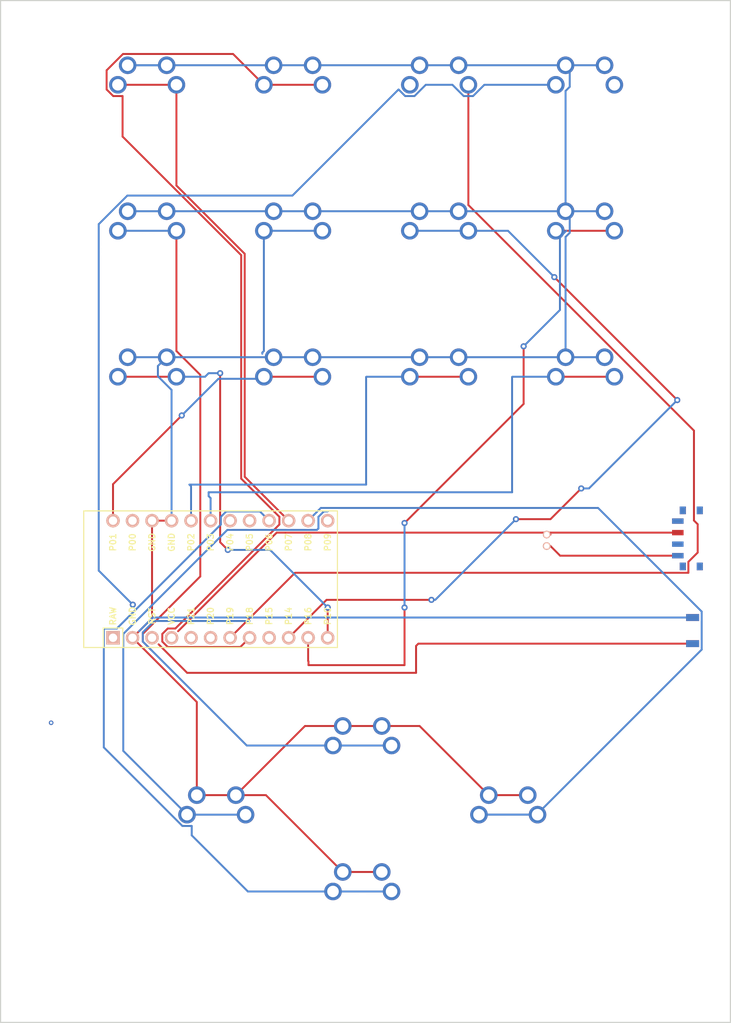
<source format=kicad_pcb>
(kicad_pcb (version 20241229) (generator "pcbnew") (generator_version "9.0")
  (title_block (title "navigatorPCB") (rev "v1.0.0") (company "Unknown"))
  (layers (0 "F.Cu" signal) (2 "B.Cu" signal) (13 "F.Paste" user) (15 "B.Paste" user) (5 "F.SilkS" user "F.Silkscreen") (7 "B.SilkS" user "B.Silkscreen") (1 "F.Mask" user) (3 "B.Mask" user) (25 "Edge.Cuts" user))
  (net 0 "")
  (net 1 "GND")
  (net 2 "macropad_pinky_bottom")
  (net 3 "macropad_pinky_middle")
  (net 4 "macropad_pinky_top")
  (net 5 "macropad_ring_bottom")
  (net 6 "macropad_ring_middle")
  (net 7 "macropad_ring_top")
  (net 8 "macropad_middle_bottom")
  (net 9 "macropad_middle_middle")
  (net 10 "macropad_middle_top")
  (net 11 "macropad_index_bottom")
  (net 12 "macropad_index_middle")
  (net 13 "macropad_index_top")
  (net 14 "navigator_left_down")
  (net 15 "navigator_updown_down")
  (net 16 "navigator_updown_up")
  (net 17 "navigator_right_down")
  (net 18 "RAW")
  (net 19 "RST")
  (net 20 "VCC")
  (net 21 "P0")
  (net 22 "navigator_left_up")
  (net 23 "P9")
  (footprint "MX" (layer "F.Cu") (at 75 47.5)
    (property "Reference" "S8" (hide yes))
    (property "Value" "" (hide yes))
    (pad "" np_thru_hole circle (at -5.08 0) (size 1.7018 1.7018) (drill 1.7018) (layers "*.Cu" "*.Mask"))
    (pad "" np_thru_hole circle (at 0 0) (size 3.9878 3.9878) (drill 3.9878) (layers "*.Cu" "*.Mask"))
    (pad "" np_thru_hole circle (at 5.08 0) (size 1.7018 1.7018) (drill 1.7018) (layers "*.Cu" "*.Mask"))
    (pad "1" thru_hole circle (at -2.54 -5.08) (size 2.286 2.286) (drill 1.4986) (layers "*.Cu" "*.Mask") (net 1 "GND"))
    (pad "1" thru_hole circle (at 2.54 -5.08) (size 2.286 2.286) (drill 1.4986) (layers "*.Cu" "*.Mask") (net 1 "GND"))
    (pad "2" thru_hole circle (at -3.81 -2.54) (size 2.286 2.286) (drill 1.4986) (layers "*.Cu" "*.Mask") (net 9 "macropad_middle_middle"))
    (pad "2" thru_hole circle (at 3.81 -2.54) (size 2.286 2.286) (drill 1.4986) (layers "*.Cu" "*.Mask") (net 9 "macropad_middle_middle"))
  )
  (footprint "ProMicro" (layer "F.Cu") (at 46.525 90.3125)
    (property "Reference" "MCU1" (hide yes))
    (property "Value" "" (hide yes))
    (fp_line (start -17.78 -8.89) (end -17.78 8.89) (stroke (width 0.15)) (layer "F.SilkS"))
    (fp_line (start -17.78 8.89) (end 15.24 8.89) (stroke (width 0.15)) (layer "F.SilkS"))
    (fp_line (start -15.24 6.35) (end -15.24 8.89) (stroke (width 0.15)) (layer "F.SilkS"))
    (fp_line (start -15.24 6.35) (end -12.7 6.35) (stroke (width 0.15)) (layer "F.SilkS"))
    (fp_line (start -12.7 6.35) (end -12.7 8.89) (stroke (width 0.15)) (layer "F.SilkS"))
    (fp_line (start 15.24 -8.89) (end -17.78 -8.89) (stroke (width 0.15)) (layer "F.SilkS"))
    (fp_line (start 15.24 8.89) (end 15.24 -8.89) (stroke (width 0.15)) (layer "F.SilkS"))
    (fp_text user "P14" (at 8.89 4.8 90) (layer "F.SilkS") (effects (font (size 0.8 0.8))))
    (fp_text user "P00" (at -11.43 -4.8 90) (layer "F.SilkS") (effects (font (size 0.8 0.8))))
    (fp_text user "P05" (at 3.81 -4.8 90) (layer "F.SilkS") (effects (font (size 0.8 0.8))))
    (fp_text user "P09" (at 13.97 -4.8 90) (layer "F.SilkS") (effects (font (size 0.8 0.8))))
    (fp_text user "P07" (at 8.89 -4.8 90) (layer "F.SilkS") (effects (font (size 0.8 0.8))))
    (fp_text user "P15" (at 6.35 4.8 90) (layer "F.SilkS") (effects (font (size 0.8 0.8))))
    (fp_text user "GND" (at -11.43 4.8 90) (layer "F.SilkS") (effects (font (size 0.8 0.8))))
    (fp_text user "P20" (at -1.27 4.8 90) (layer "F.SilkS") (effects (font (size 0.8 0.8))))
    (fp_text user "P16" (at 11.43 4.8 90) (layer "F.SilkS") (effects (font (size 0.8 0.8))))
    (fp_text user "GND" (at -6.35 -4.8 90) (layer "F.SilkS") (effects (font (size 0.8 0.8))))
    (fp_text user "P02" (at -3.81 -4.8 90) (layer "F.SilkS") (effects (font (size 0.8 0.8))))
    (fp_text user "P03" (at -1.27 -4.8 90) (layer "F.SilkS") (effects (font (size 0.8 0.8))))
    (fp_text user "P18" (at 3.81 4.8 90) (layer "F.SilkS") (effects (font (size 0.8 0.8))))
    (fp_text user "P19" (at 1.27 4.8 90) (layer "F.SilkS") (effects (font (size 0.8 0.8))))
    (fp_text user "GND" (at -8.89 -4.8 90) (layer "F.SilkS") (effects (font (size 0.8 0.8))))
    (fp_text user "RST" (at -8.89 4.8 90) (layer "F.SilkS") (effects (font (size 0.8 0.8))))
    (fp_text user "VCC" (at -6.35 4.8 90) (layer "F.SilkS") (effects (font (size 0.8 0.8))))
    (fp_text user "P08" (at 11.43 -4.8 90) (layer "F.SilkS") (effects (font (size 0.8 0.8))))
    (fp_text user "RAW" (at -13.97 4.8 90) (layer "F.SilkS") (effects (font (size 0.8 0.8))))
    (fp_text user "P10" (at 13.97 4.8 90) (layer "F.SilkS") (effects (font (size 0.8 0.8))))
    (fp_text user "P06" (at 6.35 -4.8 90) (layer "F.SilkS") (effects (font (size 0.8 0.8))))
    (fp_text user "P01" (at -13.97 -4.8 90) (layer "F.SilkS") (effects (font (size 0.8 0.8))))
    (fp_text user "P21" (at -3.81 4.8 90) (layer "F.SilkS") (effects (font (size 0.8 0.8))))
    (fp_text user "P04" (at 1.27 -4.8 90) (layer "F.SilkS") (effects (font (size 0.8 0.8))))
    (pad "1" thru_hole rect (at -13.97 7.62) (size 1.7526 1.7526) (drill 1.0922) (layers "*.Cu" "*.SilkS" "*.Mask") (net 18 "RAW"))
    (pad "2" thru_hole circle (at -11.43 7.62) (size 1.7526 1.7526) (drill 1.0922) (layers "*.Cu" "*.SilkS" "*.Mask") (net 1 "GND"))
    (pad "3" thru_hole circle (at -8.89 7.62) (size 1.7526 1.7526) (drill 1.0922) (layers "*.Cu" "*.SilkS" "*.Mask") (net 19 "RST"))
    (pad "4" thru_hole circle (at -6.35 7.62) (size 1.7526 1.7526) (drill 1.0922) (layers "*.Cu" "*.SilkS" "*.Mask") (net 20 "VCC"))
    (pad "5" thru_hole circle (at -3.81 7.62) (size 1.7526 1.7526) (drill 1.0922) (layers "*.Cu" "*.SilkS" "*.Mask") (net 3 "macropad_pinky_middle"))
    (pad "6" thru_hole circle (at -1.27 7.62) (size 1.7526 1.7526) (drill 1.0922) (layers "*.Cu" "*.SilkS" "*.Mask") (net 13 "macropad_index_top"))
    (pad "7" thru_hole circle (at 1.27 7.62) (size 1.7526 1.7526) (drill 1.0922) (layers "*.Cu" "*.SilkS" "*.Mask") (net 10 "macropad_middle_top"))
    (pad "8" thru_hole circle (at 3.81 7.62) (size 1.7526 1.7526) (drill 1.0922) (layers "*.Cu" "*.SilkS" "*.Mask") (net 7 "macropad_ring_top"))
    (pad "9" thru_hole circle (at 6.35 7.62) (size 1.7526 1.7526) (drill 1.0922) (layers "*.Cu" "*.SilkS" "*.Mask") (net 6 "macropad_ring_middle"))
    (pad "10" thru_hole circle (at 8.89 7.62) (size 1.7526 1.7526) (drill 1.0922) (layers "*.Cu" "*.SilkS" "*.Mask") (net 9 "macropad_middle_middle"))
    (pad "11" thru_hole circle (at 11.43 7.62) (size 1.7526 1.7526) (drill 1.0922) (layers "*.Cu" "*.SilkS" "*.Mask") (net 12 "macropad_index_middle"))
    (pad "12" thru_hole circle (at 13.97 7.62) (size 1.7526 1.7526) (drill 1.0922) (layers "*.Cu" "*.SilkS" "*.Mask") (net 2 "macropad_pinky_bottom"))
    (pad "13" thru_hole circle (at -13.97 -7.62) (size 1.7526 1.7526) (drill 1.0922) (layers "*.Cu" "*.SilkS" "*.Mask") (net 5 "macropad_ring_bottom"))
    (pad "14" thru_hole circle (at -11.43 -7.62) (size 1.7526 1.7526) (drill 1.0922) (layers "*.Cu" "*.SilkS" "*.Mask") (net 21 "P0"))
    (pad "15" thru_hole circle (at -8.89 -7.62) (size 1.7526 1.7526) (drill 1.0922) (layers "*.Cu" "*.SilkS" "*.Mask") (net 1 "GND"))
    (pad "16" thru_hole circle (at -6.35 -7.62) (size 1.7526 1.7526) (drill 1.0922) (layers "*.Cu" "*.SilkS" "*.Mask") (net 1 "GND"))
    (pad "17" thru_hole circle (at -3.81 -7.62) (size 1.7526 1.7526) (drill 1.0922) (layers "*.Cu" "*.SilkS" "*.Mask") (net 8 "macropad_middle_bottom"))
    (pad "18" thru_hole circle (at -1.27 -7.62) (size 1.7526 1.7526) (drill 1.0922) (layers "*.Cu" "*.SilkS" "*.Mask") (net 11 "macropad_index_bottom"))
    (pad "19" thru_hole circle (at 1.27 -7.62) (size 1.7526 1.7526) (drill 1.0922) (layers "*.Cu" "*.SilkS" "*.Mask") (net 22 "navigator_left_up"))
    (pad "20" thru_hole circle (at 3.81 -7.62) (size 1.7526 1.7526) (drill 1.0922) (layers "*.Cu" "*.SilkS" "*.Mask") (net 16 "navigator_updown_up"))
    (pad "21" thru_hole circle (at 6.35 -7.62) (size 1.7526 1.7526) (drill 1.0922) (layers "*.Cu" "*.SilkS" "*.Mask") (net 15 "navigator_updown_down"))
    (pad "22" thru_hole circle (at 8.89 -7.62) (size 1.7526 1.7526) (drill 1.0922) (layers "*.Cu" "*.SilkS" "*.Mask") (net 4 "macropad_pinky_top"))
    (pad "23" thru_hole circle (at 11.43 -7.62) (size 1.7526 1.7526) (drill 1.0922) (layers "*.Cu" "*.SilkS" "*.Mask") (net 17 "navigator_right_down"))
    (pad "24" thru_hole circle (at 13.97 -7.62) (size 1.7526 1.7526) (drill 1.0922) (layers "*.Cu" "*.SilkS" "*.Mask") (net 23 "P9"))
  )
  (footprint "MX" (layer "F.Cu") (at 56 66.5)
    (property "Reference" "S4" (hide yes))
    (property "Value" "" (hide yes))
    (pad "" np_thru_hole circle (at -5.08 0) (size 1.7018 1.7018) (drill 1.7018) (layers "*.Cu" "*.Mask"))
    (pad "" np_thru_hole circle (at 0 0) (size 3.9878 3.9878) (drill 3.9878) (layers "*.Cu" "*.Mask"))
    (pad "" np_thru_hole circle (at 5.08 0) (size 1.7018 1.7018) (drill 1.7018) (layers "*.Cu" "*.Mask"))
    (pad "1" thru_hole circle (at -2.54 -5.08) (size 2.286 2.286) (drill 1.4986) (layers "*.Cu" "*.Mask") (net 1 "GND"))
    (pad "1" thru_hole circle (at 2.54 -5.08) (size 2.286 2.286) (drill 1.4986) (layers "*.Cu" "*.Mask") (net 1 "GND"))
    (pad "2" thru_hole circle (at -3.81 -2.54) (size 2.286 2.286) (drill 1.4986) (layers "*.Cu" "*.Mask") (net 5 "macropad_ring_bottom"))
    (pad "2" thru_hole circle (at 3.81 -2.54) (size 2.286 2.286) (drill 1.4986) (layers "*.Cu" "*.Mask") (net 5 "macropad_ring_bottom"))
  )
  (footprint "MX" (layer "F.Cu") (at 75 66.5)
    (property "Reference" "S7" (hide yes))
    (property "Value" "" (hide yes))
    (pad "" np_thru_hole circle (at -5.08 0) (size 1.7018 1.7018) (drill 1.7018) (layers "*.Cu" "*.Mask"))
    (pad "" np_thru_hole circle (at 0 0) (size 3.9878 3.9878) (drill 3.9878) (layers "*.Cu" "*.Mask"))
    (pad "" np_thru_hole circle (at 5.08 0) (size 1.7018 1.7018) (drill 1.7018) (layers "*.Cu" "*.Mask"))
    (pad "1" thru_hole circle (at -2.54 -5.08) (size 2.286 2.286) (drill 1.4986) (layers "*.Cu" "*.Mask") (net 1 "GND"))
    (pad "1" thru_hole circle (at 2.54 -5.08) (size 2.286 2.286) (drill 1.4986) (layers "*.Cu" "*.Mask") (net 1 "GND"))
    (pad "2" thru_hole circle (at -3.81 -2.54) (size 2.286 2.286) (drill 1.4986) (layers "*.Cu" "*.Mask") (net 8 "macropad_middle_bottom"))
    (pad "2" thru_hole circle (at 3.81 -2.54) (size 2.286 2.286) (drill 1.4986) (layers "*.Cu" "*.Mask") (net 8 "macropad_middle_bottom"))
  )
  (footprint "MX" (layer "F.Cu") (at 75 28.5)
    (property "Reference" "S9" (hide yes))
    (property "Value" "" (hide yes))
    (pad "" np_thru_hole circle (at -5.08 0) (size 1.7018 1.7018) (drill 1.7018) (layers "*.Cu" "*.Mask"))
    (pad "" np_thru_hole circle (at 0 0) (size 3.9878 3.9878) (drill 3.9878) (layers "*.Cu" "*.Mask"))
    (pad "" np_thru_hole circle (at 5.08 0) (size 1.7018 1.7018) (drill 1.7018) (layers "*.Cu" "*.Mask"))
    (pad "1" thru_hole circle (at -2.54 -5.08) (size 2.286 2.286) (drill 1.4986) (layers "*.Cu" "*.Mask") (net 1 "GND"))
    (pad "1" thru_hole circle (at 2.54 -5.08) (size 2.286 2.286) (drill 1.4986) (layers "*.Cu" "*.Mask") (net 1 "GND"))
    (pad "2" thru_hole circle (at -3.81 -2.54) (size 2.286 2.286) (drill 1.4986) (layers "*.Cu" "*.Mask") (net 10 "macropad_middle_top"))
    (pad "2" thru_hole circle (at 3.81 -2.54) (size 2.286 2.286) (drill 1.4986) (layers "*.Cu" "*.Mask") (net 10 "macropad_middle_top"))
  )
  (footprint "MX" (layer "F.Cu") (at 56 47.5)
    (property "Reference" "S5" (hide yes))
    (property "Value" "" (hide yes))
    (pad "" np_thru_hole circle (at -5.08 0) (size 1.7018 1.7018) (drill 1.7018) (layers "*.Cu" "*.Mask"))
    (pad "" np_thru_hole circle (at 0 0) (size 3.9878 3.9878) (drill 3.9878) (layers "*.Cu" "*.Mask"))
    (pad "" np_thru_hole circle (at 5.08 0) (size 1.7018 1.7018) (drill 1.7018) (layers "*.Cu" "*.Mask"))
    (pad "1" thru_hole circle (at -2.54 -5.08) (size 2.286 2.286) (drill 1.4986) (layers "*.Cu" "*.Mask") (net 1 "GND"))
    (pad "1" thru_hole circle (at 2.54 -5.08) (size 2.286 2.286) (drill 1.4986) (layers "*.Cu" "*.Mask") (net 1 "GND"))
    (pad "2" thru_hole circle (at -3.81 -2.54) (size 2.286 2.286) (drill 1.4986) (layers "*.Cu" "*.Mask") (net 6 "macropad_ring_middle"))
    (pad "2" thru_hole circle (at 3.81 -2.54) (size 2.286 2.286) (drill 1.4986) (layers "*.Cu" "*.Mask") (net 6 "macropad_ring_middle"))
  )
  (footprint "VIA-0.6mm" (layer "F.Cu") (at 24.5 109 -160)
    (property "Reference" "REF**" (hide yes))
    (property "Value" "VIA-0.6mm" (hide yes))
    (pad "1" thru_hole circle (at 0 0 90) (size 0.6 0.6) (drill 0.3) (layers "*.Cu"))
  )
  (footprint "lib:bat" (layer "F.Cu") (at 89 85.25 180)
    (property "Reference" "" (at 0 0 0) (layer "F.SilkS") (effects (font (size 1.27 1.27))))
    (property "Value" "")
    (pad "1" thru_hole circle (at 0 -0.75 90) (size 1 1) (drill 0.7) (layers "*.Cu" "*.SilkS" "*.Mask"))
    (pad "2" thru_hole circle (at 0 0.75 90) (size 1 1) (drill 0.7) (layers "*.Cu" "*.SilkS" "*.Mask"))
  )
  (footprint "MX" (layer "F.Cu") (at 46 123.5)
    (property "Reference" "S13" (hide yes))
    (property "Value" "" (hide yes))
    (pad "" np_thru_hole circle (at -5.08 0) (size 1.7018 1.7018) (drill 1.7018) (layers "*.Cu" "*.Mask"))
    (pad "" np_thru_hole circle (at 0 0) (size 3.9878 3.9878) (drill 3.9878) (layers "*.Cu" "*.Mask"))
    (pad "" np_thru_hole circle (at 5.08 0) (size 1.7018 1.7018) (drill 1.7018) (layers "*.Cu" "*.Mask"))
    (pad "1" thru_hole circle (at -2.54 -5.08) (size 2.286 2.286) (drill 1.4986) (layers "*.Cu" "*.Mask") (net 1 "GND"))
    (pad "1" thru_hole circle (at 2.54 -5.08) (size 2.286 2.286) (drill 1.4986) (layers "*.Cu" "*.Mask") (net 1 "GND"))
    (pad "2" thru_hole circle (at -3.81 -2.54) (size 2.286 2.286) (drill 1.4986) (layers "*.Cu" "*.Mask") (net 14 "navigator_left_down"))
    (pad "2" thru_hole circle (at 3.81 -2.54) (size 2.286 2.286) (drill 1.4986) (layers "*.Cu" "*.Mask") (net 14 "navigator_left_down"))
  )
  (footprint "MX" (layer "F.Cu") (at 37 28.5)
    (property "Reference" "S3" (hide yes))
    (property "Value" "" (hide yes))
    (pad "" np_thru_hole circle (at -5.08 0) (size 1.7018 1.7018) (drill 1.7018) (layers "*.Cu" "*.Mask"))
    (pad "" np_thru_hole circle (at 0 0) (size 3.9878 3.9878) (drill 3.9878) (layers "*.Cu" "*.Mask"))
    (pad "" np_thru_hole circle (at 5.08 0) (size 1.7018 1.7018) (drill 1.7018) (layers "*.Cu" "*.Mask"))
    (pad "1" thru_hole circle (at -2.54 -5.08) (size 2.286 2.286) (drill 1.4986) (layers "*.Cu" "*.Mask") (net 1 "GND"))
    (pad "1" thru_hole circle (at 2.54 -5.08) (size 2.286 2.286) (drill 1.4986) (layers "*.Cu" "*.Mask") (net 1 "GND"))
    (pad "2" thru_hole circle (at -3.81 -2.54) (size 2.286 2.286) (drill 1.4986) (layers "*.Cu" "*.Mask") (net 4 "macropad_pinky_top"))
    (pad "2" thru_hole circle (at 3.81 -2.54) (size 2.286 2.286) (drill 1.4986) (layers "*.Cu" "*.Mask") (net 4 "macropad_pinky_top"))
  )
  (footprint "MX" (layer "F.Cu") (at 37 47.5)
    (property "Reference" "S2" (hide yes))
    (property "Value" "" (hide yes))
    (pad "" np_thru_hole circle (at -5.08 0) (size 1.7018 1.7018) (drill 1.7018) (layers "*.Cu" "*.Mask"))
    (pad "" np_thru_hole circle (at 0 0) (size 3.9878 3.9878) (drill 3.9878) (layers "*.Cu" "*.Mask"))
    (pad "" np_thru_hole circle (at 5.08 0) (size 1.7018 1.7018) (drill 1.7018) (layers "*.Cu" "*.Mask"))
    (pad "1" thru_hole circle (at -2.54 -5.08) (size 2.286 2.286) (drill 1.4986) (layers "*.Cu" "*.Mask") (net 1 "GND"))
    (pad "1" thru_hole circle (at 2.54 -5.08) (size 2.286 2.286) (drill 1.4986) (layers "*.Cu" "*.Mask") (net 1 "GND"))
    (pad "2" thru_hole circle (at -3.81 -2.54) (size 2.286 2.286) (drill 1.4986) (layers "*.Cu" "*.Mask") (net 3 "macropad_pinky_middle"))
    (pad "2" thru_hole circle (at 3.81 -2.54) (size 2.286 2.286) (drill 1.4986) (layers "*.Cu" "*.Mask") (net 3 "macropad_pinky_middle"))
  )
  (footprint "MX" (layer "F.Cu") (at 56 28.5)
    (property "Reference" "S6" (hide yes))
    (property "Value" "" (hide yes))
    (pad "" np_thru_hole circle (at -5.08 0) (size 1.7018 1.7018) (drill 1.7018) (layers "*.Cu" "*.Mask"))
    (pad "" np_thru_hole circle (at 0 0) (size 3.9878 3.9878) (drill 3.9878) (layers "*.Cu" "*.Mask"))
    (pad "" np_thru_hole circle (at 5.08 0) (size 1.7018 1.7018) (drill 1.7018) (layers "*.Cu" "*.Mask"))
    (pad "1" thru_hole circle (at -2.54 -5.08) (size 2.286 2.286) (drill 1.4986) (layers "*.Cu" "*.Mask") (net 1 "GND"))
    (pad "1" thru_hole circle (at 2.54 -5.08) (size 2.286 2.286) (drill 1.4986) (layers "*.Cu" "*.Mask") (net 1 "GND"))
    (pad "2" thru_hole circle (at -3.81 -2.54) (size 2.286 2.286) (drill 1.4986) (layers "*.Cu" "*.Mask") (net 7 "macropad_ring_top"))
    (pad "2" thru_hole circle (at 3.81 -2.54) (size 2.286 2.286) (drill 1.4986) (layers "*.Cu" "*.Mask") (net 7 "macropad_ring_top"))
  )
  (footprint "MX" (layer "F.Cu") (at 65 114.5)
    (property "Reference" "S15" (hide yes))
    (property "Value" "" (hide yes))
    (pad "" np_thru_hole circle (at -5.08 0) (size 1.7018 1.7018) (drill 1.7018) (layers "*.Cu" "*.Mask"))
    (pad "" np_thru_hole circle (at 0 0) (size 3.9878 3.9878) (drill 3.9878) (layers "*.Cu" "*.Mask"))
    (pad "" np_thru_hole circle (at 5.08 0) (size 1.7018 1.7018) (drill 1.7018) (layers "*.Cu" "*.Mask"))
    (pad "1" thru_hole circle (at -2.54 -5.08) (size 2.286 2.286) (drill 1.4986) (layers "*.Cu" "*.Mask") (net 1 "GND"))
    (pad "1" thru_hole circle (at 2.54 -5.08) (size 2.286 2.286) (drill 1.4986) (layers "*.Cu" "*.Mask") (net 1 "GND"))
    (pad "2" thru_hole circle (at -3.81 -2.54) (size 2.286 2.286) (drill 1.4986) (layers "*.Cu" "*.Mask") (net 16 "navigator_updown_up"))
    (pad "2" thru_hole circle (at 3.81 -2.54) (size 2.286 2.286) (drill 1.4986) (layers "*.Cu" "*.Mask") (net 16 "navigator_updown_up"))
  )
  (footprint "MX" (layer "F.Cu") (at 84 123.5)
    (property "Reference" "S16" (hide yes))
    (property "Value" "" (hide yes))
    (pad "" np_thru_hole circle (at -5.08 0) (size 1.7018 1.7018) (drill 1.7018) (layers "*.Cu" "*.Mask"))
    (pad "" np_thru_hole circle (at 0 0) (size 3.9878 3.9878) (drill 3.9878) (layers "*.Cu" "*.Mask"))
    (pad "" np_thru_hole circle (at 5.08 0) (size 1.7018 1.7018) (drill 1.7018) (layers "*.Cu" "*.Mask"))
    (pad "1" thru_hole circle (at -2.54 -5.08) (size 2.286 2.286) (drill 1.4986) (layers "*.Cu" "*.Mask") (net 1 "GND"))
    (pad "1" thru_hole circle (at 2.54 -5.08) (size 2.286 2.286) (drill 1.4986) (layers "*.Cu" "*.Mask") (net 1 "GND"))
    (pad "2" thru_hole circle (at -3.81 -2.54) (size 2.286 2.286) (drill 1.4986) (layers "*.Cu" "*.Mask") (net 17 "navigator_right_down"))
    (pad "2" thru_hole circle (at 3.81 -2.54) (size 2.286 2.286) (drill 1.4986) (layers "*.Cu" "*.Mask") (net 17 "navigator_right_down"))
  )
  (footprint "Button_Switch_SMD:SW_SPDT_PCM12" (layer "F.Cu") (at 107.5 85 90)
    (property "Reference" "" (at 0 0 90) (layer "F.SilkS") (effects (font (size 1.27 1.27))))
    (property "Value" "")
    (pad "" smd rect (at -3.65 -0.78 90) (size 1 0.8) (layers "F.Cu" "F.Mask" "F.Paste"))
    (pad "" smd rect (at -3.65 -0.78 90) (size 1 0.8) (layers "B.Cu" "B.Mask" "B.Paste"))
    (pad "" smd rect (at -3.65 1.43 90) (size 1 0.8) (layers "F.Cu" "F.Mask" "F.Paste"))
    (pad "" smd rect (at -3.65 1.43 90) (size 1 0.8) (layers "B.Cu" "B.Mask" "B.Paste"))
    (pad "" np_thru_hole circle (at -1.5 0.33 90) (size 0.9 0.9) (drill 0.9) (layers "*.Cu" "*.Mask"))
    (pad "" np_thru_hole circle (at -1.5 0.33 90) (size 0.9 0.9) (drill 0.9) (layers "*.Cu" "*.Mask"))
    (pad "" np_thru_hole circle (at 1.5 0.33 90) (size 0.9 0.9) (drill 0.9) (layers "*.Cu" "*.Mask"))
    (pad "" np_thru_hole circle (at 1.5 0.33 90) (size 0.9 0.9) (drill 0.9) (layers "*.Cu" "*.Mask"))
    (pad "" smd rect (at 3.65 -0.78 90) (size 1 0.8) (layers "F.Cu" "F.Mask" "F.Paste"))
    (pad "" smd rect (at 3.65 -0.78 90) (size 1 0.8) (layers "B.Cu" "B.Mask" "B.Paste"))
    (pad "" smd rect (at 3.65 1.43 90) (size 1 0.8) (layers "F.Cu" "F.Mask" "F.Paste"))
    (pad "" smd rect (at 3.65 1.43 90) (size 1 0.8) (layers "B.Cu" "B.Mask" "B.Paste"))
    (pad "1" smd rect (at -2.25 -1.43 90) (size 0.7 1.5) (layers "F.Cu" "F.Mask" "F.Paste"))
    (pad "1" smd rect (at 2.25 -1.43 90) (size 0.7 1.5) (layers "B.Cu" "B.Mask" "B.Paste"))
    (pad "2" smd rect (at -0.75 -1.43 90) (size 0.7 1.5) (layers "B.Cu" "B.Mask" "B.Paste"))
    (pad "2" smd rect (at 0.75 -1.43 90) (size 0.7 1.5) (layers "F.Cu" "F.Mask" "F.Paste"))
    (pad "3" smd rect (at -2.25 -1.43 90) (size 0.7 1.5) (layers "B.Cu" "B.Mask" "B.Paste"))
    (pad "3" smd rect (at 2.25 -1.43 90) (size 0.7 1.5) (layers "F.Cu" "F.Mask" "F.Paste"))
  )
  (footprint "Button_Switch_SMD:SW_SPST_B3U-1000P" (layer "F.Cu") (at 108 97 90)
    (property "Reference" "" (at 0 0 90) (layer "F.SilkS") (effects (font (size 1.27 1.27))))
    (property "Value" "")
    (pad "1" smd rect (at -1.7 0 90) (size 0.9 1.7) (layers "B.Cu" "B.Mask" "B.Paste"))
    (pad "1" smd rect (at 1.7 0 90) (size 0.9 1.7) (layers "F.Cu" "F.Mask" "F.Paste"))
    (pad "2" smd rect (at -1.7 0 90) (size 0.9 1.7) (layers "F.Cu" "F.Mask" "F.Paste"))
    (pad "2" smd rect (at 1.7 0 90) (size 0.9 1.7) (layers "B.Cu" "B.Mask" "B.Paste"))
  )
  (footprint "MX" (layer "F.Cu") (at 65 133.5)
    (property "Reference" "S14" (hide yes))
    (property "Value" "" (hide yes))
    (pad "" np_thru_hole circle (at -5.08 0) (size 1.7018 1.7018) (drill 1.7018) (layers "*.Cu" "*.Mask"))
    (pad "" np_thru_hole circle (at 0 0) (size 3.9878 3.9878) (drill 3.9878) (layers "*.Cu" "*.Mask"))
    (pad "" np_thru_hole circle (at 5.08 0) (size 1.7018 1.7018) (drill 1.7018) (layers "*.Cu" "*.Mask"))
    (pad "1" thru_hole circle (at -2.54 -5.08) (size 2.286 2.286) (drill 1.4986) (layers "*.Cu" "*.Mask") (net 1 "GND"))
    (pad "1" thru_hole circle (at 2.54 -5.08) (size 2.286 2.286) (drill 1.4986) (layers "*.Cu" "*.Mask") (net 1 "GND"))
    (pad "2" thru_hole circle (at -3.81 -2.54) (size 2.286 2.286) (drill 1.4986) (layers "*.Cu" "*.Mask") (net 15 "navigator_updown_down"))
    (pad "2" thru_hole circle (at 3.81 -2.54) (size 2.286 2.286) (drill 1.4986) (layers "*.Cu" "*.Mask") (net 15 "navigator_updown_down"))
  )
  (footprint "MX" (layer "F.Cu") (at 94 47.5)
    (property "Reference" "S11" (hide yes))
    (property "Value" "" (hide yes))
    (pad "" np_thru_hole circle (at -5.08 0) (size 1.7018 1.7018) (drill 1.7018) (layers "*.Cu" "*.Mask"))
    (pad "" np_thru_hole circle (at 0 0) (size 3.9878 3.9878) (drill 3.9878) (layers "*.Cu" "*.Mask"))
    (pad "" np_thru_hole circle (at 5.08 0) (size 1.7018 1.7018) (drill 1.7018) (layers "*.Cu" "*.Mask"))
    (pad "1" thru_hole circle (at -2.54 -5.08) (size 2.286 2.286) (drill 1.4986) (layers "*.Cu" "*.Mask") (net 1 "GND"))
    (pad "1" thru_hole circle (at 2.54 -5.08) (size 2.286 2.286) (drill 1.4986) (layers "*.Cu" "*.Mask") (net 1 "GND"))
    (pad "2" thru_hole circle (at -3.81 -2.54) (size 2.286 2.286) (drill 1.4986) (layers "*.Cu" "*.Mask") (net 12 "macropad_index_middle"))
    (pad "2" thru_hole circle (at 3.81 -2.54) (size 2.286 2.286) (drill 1.4986) (layers "*.Cu" "*.Mask") (net 12 "macropad_index_middle"))
  )
  (footprint "MX" (layer "F.Cu") (at 37 66.5)
    (property "Reference" "S1" (hide yes))
    (property "Value" "" (hide yes))
    (pad "" np_thru_hole circle (at -5.08 0) (size 1.7018 1.7018) (drill 1.7018) (layers "*.Cu" "*.Mask"))
    (pad "" np_thru_hole circle (at 0 0) (size 3.9878 3.9878) (drill 3.9878) (layers "*.Cu" "*.Mask"))
    (pad "" np_thru_hole circle (at 5.08 0) (size 1.7018 1.7018) (drill 1.7018) (layers "*.Cu" "*.Mask"))
    (pad "1" thru_hole circle (at -2.54 -5.08) (size 2.286 2.286) (drill 1.4986) (layers "*.Cu" "*.Mask") (net 1 "GND"))
    (pad "1" thru_hole circle (at 2.54 -5.08) (size 2.286 2.286) (drill 1.4986) (layers "*.Cu" "*.Mask") (net 1 "GND"))
    (pad "2" thru_hole circle (at -3.81 -2.54) (size 2.286 2.286) (drill 1.4986) (layers "*.Cu" "*.Mask") (net 2 "macropad_pinky_bottom"))
    (pad "2" thru_hole circle (at 3.81 -2.54) (size 2.286 2.286) (drill 1.4986) (layers "*.Cu" "*.Mask") (net 2 "macropad_pinky_bottom"))
  )
  (footprint "MX" (layer "F.Cu") (at 94 66.5)
    (property "Reference" "S10" (hide yes))
    (property "Value" "" (hide yes))
    (pad "" np_thru_hole circle (at -5.08 0) (size 1.7018 1.7018) (drill 1.7018) (layers "*.Cu" "*.Mask"))
    (pad "" np_thru_hole circle (at 0 0) (size 3.9878 3.9878) (drill 3.9878) (layers "*.Cu" "*.Mask"))
    (pad "" np_thru_hole circle (at 5.08 0) (size 1.7018 1.7018) (drill 1.7018) (layers "*.Cu" "*.Mask"))
    (pad "1" thru_hole circle (at -2.54 -5.08) (size 2.286 2.286) (drill 1.4986) (layers "*.Cu" "*.Mask") (net 1 "GND"))
    (pad "1" thru_hole circle (at 2.54 -5.08) (size 2.286 2.286) (drill 1.4986) (layers "*.Cu" "*.Mask") (net 1 "GND"))
    (pad "2" thru_hole circle (at -3.81 -2.54) (size 2.286 2.286) (drill 1.4986) (layers "*.Cu" "*.Mask") (net 11 "macropad_index_bottom"))
    (pad "2" thru_hole circle (at 3.81 -2.54) (size 2.286 2.286) (drill 1.4986) (layers "*.Cu" "*.Mask") (net 11 "macropad_index_bottom"))
  )
  (footprint "MX" (layer "F.Cu") (at 94 28.5)
    (property "Reference" "S12" (hide yes))
    (property "Value" "" (hide yes))
    (pad "" np_thru_hole circle (at -5.08 0) (size 1.7018 1.7018) (drill 1.7018) (layers "*.Cu" "*.Mask"))
    (pad "" np_thru_hole circle (at 0 0) (size 3.9878 3.9878) (drill 3.9878) (layers "*.Cu" "*.Mask"))
    (pad "" np_thru_hole circle (at 5.08 0) (size 1.7018 1.7018) (drill 1.7018) (layers "*.Cu" "*.Mask"))
    (pad "1" thru_hole circle (at -2.54 -5.08) (size 2.286 2.286) (drill 1.4986) (layers "*.Cu" "*.Mask") (net 1 "GND"))
    (pad "1" thru_hole circle (at 2.54 -5.08) (size 2.286 2.286) (drill 1.4986) (layers "*.Cu" "*.Mask") (net 1 "GND"))
    (pad "2" thru_hole circle (at -3.81 -2.54) (size 2.286 2.286) (drill 1.4986) (layers "*.Cu" "*.Mask") (net 13 "macropad_index_top"))
    (pad "2" thru_hole circle (at 3.81 -2.54) (size 2.286 2.286) (drill 1.4986) (layers "*.Cu" "*.Mask") (net 13 "macropad_index_top"))
  )
  (gr_line (start 112.92 148) (end 112.92 15) (stroke (width 0.15)) (layer "Edge.Cuts"))
  (gr_line (start 17.92 15) (end 17.92 148) (stroke (width 0.15)) (layer "Edge.Cuts"))
  (gr_line (start 112.92 15) (end 17.92 15) (stroke (width 0.15)) (layer "Edge.Cuts"))
  (gr_line (start 17.92 148) (end 112.92 148) (stroke (width 0.15)) (layer "Edge.Cuts"))
  (segment (start 89 84.5) (end 89.5 84.5) (width 0.25) (layer "F.Cu") (net 0))
  (segment (start 108 98.7) (end 72.3 98.7) (width 0.25) (layer "F.Cu") (net 0))
  (segment (start 42.202499 102.5) (end 38.60125 98.89875) (width 0.25) (layer "F.Cu") (net 0))
  (segment (start 72.3 98.7) (end 72 99) (width 0.25) (layer "F.Cu") (net 0))
  (segment (start 90.75 87.25) (end 106.07 87.25) (width 0.25) (layer "F.Cu") (net 0))
  (segment (start 89 86) (end 89.5 86) (width 0.25) (layer "F.Cu") (net 0))
  (segment (start 38.60125 98.89875) (end 38.485154 98.782655) (width 0.25) (layer "F.Cu") (net 0))
  (segment (start 106.07 84.25) (end 53.8575 84.25) (width 0.25) (layer "F.Cu") (net 0))
  (segment (start 72 99) (end 72 102.5) (width 0.25) (layer "F.Cu") (net 0))
  (segment (start 53.8575 84.25) (end 41.025154 97.082346) (width 0.25) (layer "F.Cu") (net 0))
  (segment (start 72 102.5) (end 42.202499 102.5) (width 0.25) (layer "F.Cu") (net 0))
  (segment (start 89.5 86) (end 90.75 87.25) (width 0.25) (layer "F.Cu") (net 0))
  (segment (start 108 95.3) (end 37.7275 95.3) (width 0.25) (layer "B.Cu") (net 0))
  (segment (start 37.7275 95.3) (end 35.945154 97.082346) (width 0.25) (layer "B.Cu") (net 0))
  (segment (start 37.635 82.6925) (end 40.175 82.6925) (width 0.25) (layer "F.Cu") (net 1))
  (segment (start 81.46 118.42) (end 72.46 109.42) (width 0.25) (layer "F.Cu") (net 1))
  (segment (start 67.54 109.42) (end 62.46 109.42) (width 0.25) (layer "F.Cu") (net 1))
  (segment (start 48.54 118.42) (end 52.46 118.42) (width 0.25) (layer "F.Cu") (net 1))
  (segment (start 43.46 118.42) (end 43.46 106.2975) (width 0.25) (layer "F.Cu") (net 1))
  (segment (start 35.095 97.9325) (end 37.635 95.3925) (width 0.25) (layer "F.Cu") (net 1))
  (segment (start 72.46 109.42) (end 67.54 109.42) (width 0.25) (layer "F.Cu") (net 1))
  (segment (start 48.54 118.42) (end 43.46 118.42) (width 0.25) (layer "F.Cu") (net 1))
  (segment (start 37.635 95.3925) (end 37.635 82.6925) (width 0.25) (layer "F.Cu") (net 1))
  (segment (start 67.54 128.42) (end 62.46 128.42) (width 0.25) (layer "F.Cu") (net 1))
  (segment (start 86.54 118.42) (end 81.46 118.42) (width 0.25) (layer "F.Cu") (net 1))
  (segment (start 57.54 109.42) (end 48.54 118.42) (width 0.25) (layer "F.Cu") (net 1))
  (segment (start 52.46 118.42) (end 62.46 128.42) (width 0.25) (layer "F.Cu") (net 1))
  (segment (start 43.46 106.2975) (end 35.095 97.9325) (width 0.25) (layer "F.Cu") (net 1))
  (segment (start 62.46 109.42) (end 57.54 109.42) (width 0.25) (layer "F.Cu") (net 1))
  (segment (start 35.0675 97.9325) (end 35 98) (width 0.25) (layer "B.Cu") (net 1))
  (segment (start 34.46 23.42) (end 96.54 23.42) (width 0.25) (layer "B.Cu") (net 1))
  (segment (start 38.397 63.897) (end 40.175 65.675) (width 0.25) (layer "B.Cu") (net 1))
  (segment (start 34.46 61.42) (end 34.5 61.42) (width 0.25) (layer "B.Cu") (net 1))
  (segment (start 91.46 42.42) (end 91.46 26.76748) (width 0.25) (layer "B.Cu") (net 1))
  (segment (start 91.46 61.42) (end 91.46 45.76748) (width 0.25) (layer "B.Cu") (net 1))
  (segment (start 92 26.22748) (end 92 23.96) (width 0.25) (layer "B.Cu") (net 1))
  (segment (start 91.46 26.76748) (end 92 26.22748) (width 0.25) (layer "B.Cu") (net 1))
  (segment (start 34.46 23.42) (end 39.54 23.42) (width 0.25) (layer "B.Cu") (net 1))
  (segment (start 35.095 97.9325) (end 35.0675 97.9325) (width 0.25) (layer "B.Cu") (net 1))
  (segment (start 40.175 65.675) (end 40.175 82.6925) (width 0.25) (layer "B.Cu") (net 1))
  (segment (start 34.46 42.42) (end 96.54 42.42) (width 0.25) (layer "B.Cu") (net 1))
  (segment (start 92 23.96) (end 91.46 23.42) (width 0.25) (layer "B.Cu") (net 1))
  (segment (start 34.46 61.42) (end 96.54 61.42) (width 0.25) (layer "B.Cu") (net 1))
  (segment (start 92 42.96) (end 91.46 42.42) (width 0.25) (layer "B.Cu") (net 1))
  (segment (start 92 45.22748) (end 92 42.96) (width 0.25) (layer "B.Cu") (net 1))
  (segment (start 91.46 45.76748) (end 92 45.22748) (width 0.25) (layer "B.Cu") (net 1))
  (segment (start 38.397 62.563) (end 38.397 63.897) (width 0.25) (layer "B.Cu") (net 1))
  (segment (start 39.54 61.42) (end 38.397 62.563) (width 0.25) (layer "B.Cu") (net 1))
  (segment (start 60.495 97.9325) (end 60.495 94.005) (width 0.25) (layer "F.Cu") (net 2))
  (segment (start 47.5 86.5) (end 46.5 85.5) (width 0.25) (layer "F.Cu") (net 2))
  (segment (start 46.5 85.5) (end 46.5 63.5) (width 0.25) (layer "F.Cu") (net 2))
  (segment (start 60.495 94.005) (end 60.5 94) (width 0.25) (layer "F.Cu") (net 2))
  (segment (start 33.19 63.96) (end 40.81 63.96) (width 0.25) (layer "F.Cu") (net 2))
  (via (at 46.5 63.5) (size 0.8) (drill 0.4) (layers "F.Cu" "B.Cu") (net 2))
  (via (at 60.5 94) (size 0.8) (drill 0.4) (layers "F.Cu" "B.Cu") (net 2))
  (via (at 47.5 86.5) (size 0.8) (drill 0.4) (layers "F.Cu" "B.Cu") (net 2))
  (segment (start 46.5 63.5) (end 45 63.5) (width 0.25) (layer "B.Cu") (net 2))
  (segment (start 60.5 94) (end 53 86.5) (width 0.25) (layer "B.Cu") (net 2))
  (segment (start 45 63.5) (end 44.54 63.96) (width 0.25) (layer "B.Cu") (net 2))
  (segment (start 53 86.5) (end 47.5 86.5) (width 0.25) (layer "B.Cu") (net 2))
  (segment (start 44.54 63.96) (end 40.81 63.96) (width 0.25) (layer "B.Cu") (net 2))
  (segment (start 40.81 44.96) (end 40.81 60.61252) (width 0.25) (layer "F.Cu") (net 3))
  (segment (start 43.9173 63.71982) (end 43.9173 89.949891) (width 0.25) (layer "F.Cu") (net 3))
  (segment (start 36.4327 98.430509) (end 37.587991 99.5858) (width 0.25) (layer "F.Cu") (net 3))
  (segment (start 43.9173 89.949891) (end 36.4327 97.434491) (width 0.25) (layer "F.Cu") (net 3))
  (segment (start 36.4327 97.434491) (end 36.4327 98.430509) (width 0.25) (layer "F.Cu") (net 3))
  (segment (start 40.81 60.61252) (end 43.9173 63.71982) (width 0.25) (layer "F.Cu") (net 3))
  (segment (start 33.19 44.96) (end 40.81 44.96) (width 0.25) (layer "B.Cu") (net 3))
  (segment (start 33.19 25.96) (end 40.81 25.96) (width 0.25) (layer "F.Cu") (net 4))
  (segment (start 40.81 25.96) (end 40.81 39.07252) (width 0.25) (layer "F.Cu") (net 4))
  (segment (start 49.6931 76.9706) (end 55.415 82.6925) (width 0.25) (layer "F.Cu") (net 4))
  (segment (start 49.6931 47.95562) (end 49.6931 76.9706) (width 0.25) (layer "F.Cu") (net 4))
  (segment (start 40.81 39.07252) (end 49.6931 47.95562) (width 0.25) (layer "F.Cu") (net 4))
  (segment (start 41.5 69) (end 32.555 77.945) (width 0.25) (layer "F.Cu") (net 5))
  (segment (start 32.555 77.945) (end 32.555 82.6925) (width 0.25) (layer "F.Cu") (net 5))
  (segment (start 52.19 63.96) (end 59.81 63.96) (width 0.25) (layer "F.Cu") (net 5))
  (via (at 41.5 69) (size 0.8) (drill 0.4) (layers "F.Cu" "B.Cu") (net 5))
  (segment (start 51.924 64.226) (end 46.274 64.226) (width 0.25) (layer "B.Cu") (net 5))
  (segment (start 46.274 64.226) (end 41.5 69) (width 0.25) (layer "B.Cu") (net 5))
  (segment (start 52.19 63.96) (end 51.924 64.226) (width 0.25) (layer "B.Cu") (net 5))
  (segment (start 51.991 60.81152) (end 51.991 60.969) (width 0.25) (layer "B.Cu") (net 6))
  (segment (start 52.19 44.96) (end 59.81 44.96) (width 0.25) (layer "B.Cu") (net 6))
  (segment (start 52.19 60.61252) (end 51.991 60.81152) (width 0.25) (layer "B.Cu") (net 6))
  (segment (start 52.19 44.96) (end 52.19 60.61252) (width 0.25) (layer "B.Cu") (net 6))
  (segment (start 49.2421 48.14243) (end 49.2421 77.223891) (width 0.25) (layer "F.Cu") (net 7))
  (segment (start 33.79848 32.69881) (end 49.2421 48.14243) (width 0.25) (layer "F.Cu") (net 7))
  (segment (start 49.1327 99.1348) (end 50.335 97.9325) (width 0.25) (layer "F.Cu") (net 7))
  (segment (start 31.721 24.08152) (end 31.721 26.56848) (width 0.25) (layer "F.Cu") (net 7))
  (segment (start 49.2421 77.223891) (end 54.2127 82.194491) (width 0.25) (layer "F.Cu") (net 7))
  (segment (start 39.676991 99.1348) (end 49.1327 99.1348) (width 0.25) (layer "F.Cu") (net 7))
  (segment (start 54.2127 82.194491) (end 54.2127 83.190509) (width 0.25) (layer "F.Cu") (net 7))
  (segment (start 38.9727 97.434491) (end 38.9727 98.430509) (width 0.25) (layer "F.Cu") (net 7))
  (segment (start 31.721 26.56848) (end 32.58152 27.429) (width 0.25) (layer "F.Cu") (net 7))
  (segment (start 32.58152 27.429) (end 33.79848 27.429) (width 0.25) (layer "F.Cu") (net 7))
  (segment (start 40.673009 96.7302) (end 39.676991 96.7302) (width 0.25) (layer "F.Cu") (net 7))
  (segment (start 33.79848 27.429) (end 33.79848 32.69881) (width 0.25) (layer "F.Cu") (net 7))
  (segment (start 59.81 25.96) (end 52.19 25.96) (width 0.25) (layer "F.Cu") (net 7))
  (segment (start 38.9727 98.430509) (end 39.676991 99.1348) (width 0.25) (layer "F.Cu") (net 7))
  (segment (start 54.2127 83.190509) (end 40.673009 96.7302) (width 0.25) (layer "F.Cu") (net 7))
  (segment (start 52.19 25.96) (end 48.181 21.951) (width 0.25) (layer "F.Cu") (net 7))
  (segment (start 39.676991 96.7302) (end 38.9727 97.434491) (width 0.25) (layer "F.Cu") (net 7))
  (segment (start 33.85152 21.951) (end 31.721 24.08152) (width 0.25) (layer "F.Cu") (net 7))
  (segment (start 48.181 21.951) (end 33.85152 21.951) (width 0.25) (layer "F.Cu") (net 7))
  (segment (start 71.19 63.96) (end 78.81 63.96) (width 0.25) (layer "F.Cu") (net 8))
  (segment (start 42.5 78) (end 42.715 78.215) (width 0.25) (layer "B.Cu") (net 8))
  (segment (start 42.715 78.215) (end 42.715 82.6925) (width 0.25) (layer "B.Cu") (net 8))
  (segment (start 71.19 63.96) (end 65.54 63.96) (width 0.25) (layer "B.Cu") (net 8))
  (segment (start 71.19 63.96) (end 71.15 64) (width 0.25) (layer "B.Cu") (net 8))
  (segment (start 65.5 78) (end 42.5 78) (width 0.25) (layer "B.Cu") (net 8))
  (segment (start 65.54 63.96) (end 65.5 64) (width 0.25) (layer "B.Cu") (net 8))
  (segment (start 65.5 64) (end 65.5 78) (width 0.25) (layer "B.Cu") (net 8))
  (segment (start 74 93) (end 60.3475 93) (width 0.25) (layer "F.Cu") (net 9))
  (segment (start 93.5 78.5) (end 89.5 82.5) (width 0.25) (layer "F.Cu") (net 9))
  (segment (start 60.3475 93) (end 55.415 97.9325) (width 0.25) (layer "F.Cu") (net 9))
  (segment (start 89.5 82.5) (end 85 82.5) (width 0.25) (layer "F.Cu") (net 9))
  (segment (start 90 51) (end 106 67) (width 0.25) (layer "F.Cu") (net 9))
  (via (at 85 82.5) (size 0.8) (drill 0.4) (layers "F.Cu" "B.Cu") (net 9))
  (via (at 74 93) (size 0.8) (drill 0.4) (layers "F.Cu" "B.Cu") (net 9))
  (via (at 90 51) (size 0.8) (drill 0.4) (layers "F.Cu" "B.Cu") (net 9))
  (via (at 93.5 78.5) (size 0.8) (drill 0.4) (layers "F.Cu" "B.Cu") (net 9))
  (via (at 106 67) (size 0.8) (drill 0.4) (layers "F.Cu" "B.Cu") (net 9))
  (segment (start 78.81 44.96) (end 83.96 44.96) (width 0.25) (layer "B.Cu") (net 9))
  (segment (start 83.96 44.96) (end 90 51) (width 0.25) (layer "B.Cu") (net 9))
  (segment (start 94.5 78.5) (end 93.5 78.5) (width 0.25) (layer "B.Cu") (net 9))
  (segment (start 71.19 44.96) (end 78.81 44.96) (width 0.25) (layer "B.Cu") (net 9))
  (segment (start 106 67) (end 94.5 78.5) (width 0.25) (layer "B.Cu") (net 9))
  (segment (start 85 82.5) (end 74.5 93) (width 0.25) (layer "B.Cu") (net 9))
  (segment (start 74.5 93) (end 74 93) (width 0.25) (layer "B.Cu") (net 9))
  (segment (start 107.446 89.476) (end 56.2515 89.476) (width 0.25) (layer "F.Cu") (net 10))
  (segment (start 108.17214 82.674) (end 108.656 83.15786) (width 0.25) (layer "F.Cu") (net 10))
  (segment (start 56.2515 89.476) (end 47.795 97.9325) (width 0.25) (layer "F.Cu") (net 10))
  (segment (start 107.446 88.05214) (end 107.446 89.476) (width 0.25) (layer "F.Cu") (net 10))
  (segment (start 78.81 41.61252) (end 108.17214 70.97466) (width 0.25) (layer "F.Cu") (net 10))
  (segment (start 108.656 83.15786) (end 108.656 86.84214) (width 0.25) (layer "F.Cu") (net 10))
  (segment (start 108.17214 70.97466) (end 108.17214 82.674) (width 0.25) (layer "F.Cu") (net 10))
  (segment (start 108.656 86.84214) (end 107.446 88.05214) (width 0.25) (layer "F.Cu") (net 10))
  (segment (start 78.81 25.96) (end 78.81 41.61252) (width 0.25) (layer "F.Cu") (net 10))
  (segment (start 90.19 63.96) (end 97.81 63.96) (width 0.25) (layer "F.Cu") (net 11))
  (segment (start 45 79) (end 45 79.5) (width 0.25) (layer "B.Cu") (net 11))
  (segment (start 45.255 79.755) (end 45.255 82.6925) (width 0.25) (layer "B.Cu") (net 11))
  (segment (start 84.54 63.96) (end 84.5 64) (width 0.25) (layer "B.Cu") (net 11))
  (segment (start 45 79.5) (end 45.255 79.755) (width 0.25) (layer "B.Cu") (net 11))
  (segment (start 84.5 79) (end 45 79) (width 0.25) (layer "B.Cu") (net 11))
  (segment (start 90.19 63.96) (end 84.54 63.96) (width 0.25) (layer "B.Cu") (net 11))
  (segment (start 84.5 64) (end 84.5 79) (width 0.25) (layer "B.Cu") (net 11))
  (segment (start 90.19 44.96) (end 97.81 44.96) (width 0.25) (layer "F.Cu") (net 12))
  (segment (start 70.5 94) (end 70.5 101.5) (width 0.25) (layer "F.Cu") (net 12))
  (segment (start 86 67.5) (end 70.5 83) (width 0.25) (layer "F.Cu") (net 12))
  (segment (start 86 60) (end 86 67.5) (width 0.25) (layer "F.Cu") (net 12))
  (segment (start 58 101) (end 57.955 100.955) (width 0.25) (layer "F.Cu") (net 12))
  (segment (start 58 101.5) (end 58 101) (width 0.25) (layer "F.Cu") (net 12))
  (segment (start 57.955 100.955) (end 57.955 97.9325) (width 0.25) (layer "F.Cu") (net 12))
  (segment (start 70.5 101.5) (end 58 101.5) (width 0.25) (layer "F.Cu") (net 12))
  (via (at 86 60) (size 0.8) (drill 0.4) (layers "F.Cu" "B.Cu") (net 12))
  (via (at 70.5 83) (size 0.8) (drill 0.4) (layers "F.Cu" "B.Cu") (net 12))
  (via (at 70.5 94) (size 0.8) (drill 0.4) (layers "F.Cu" "B.Cu") (net 12))
  (segment (start 70.5 83) (end 70.5 94) (width 0.25) (layer "B.Cu") (net 12))
  (segment (start 90.73 45.5) (end 91.009 45.5) (width 0.25) (layer "B.Cu") (net 12))
  (segment (start 90.19 44.96) (end 90.73 45.5) (width 0.25) (layer "B.Cu") (net 12))
  (segment (start 90.726 45.496) (end 90.726 55.274) (width 0.25) (layer "B.Cu") (net 12))
  (segment (start 90.19 44.96) (end 90.726 45.496) (width 0.25) (layer "B.Cu") (net 12))
  (segment (start 91.009 45.5) (end 91.549 44.96) (width 0.25) (layer "B.Cu") (net 12))
  (segment (start 90.726 55.274) (end 86 60) (width 0.25) (layer "B.Cu") (net 12))
  (via (at 35.128951 93.628953) (size 0.8) (drill 0.4) (layers "F.Cu" "B.Cu") (net 13))
  (segment (start 78.20152 27.429) (end 76.73252 25.96) (width 0.25) (layer "B.Cu") (net 13))
  (segment (start 90.19 25.96) (end 80.88748 25.96) (width 0.25) (layer "B.Cu") (net 13))
  (segment (start 34.42352 40.379) (end 30.6931 44.10942) (width 0.25) (layer "B.Cu") (net 13))
  (segment (start 69.721 26.56848) (end 55.91048 40.379) (width 0.25) (layer "B.Cu") (net 13))
  (segment (start 71.79848 27.429) (end 70.58152 27.429) (width 0.25) (layer "B.Cu") (net 13))
  (segment (start 30.6931 89.193102) (end 35.128951 93.628953) (width 0.25) (layer "B.Cu") (net 13))
  (segment (start 79.41848 27.429) (end 78.20152 27.429) (width 0.25) (layer "B.Cu") (net 13))
  (segment (start 80.88748 25.96) (end 79.41848 27.429) (width 0.25) (layer "B.Cu") (net 13))
  (segment (start 76.73252 25.96) (end 73.26748 25.96) (width 0.25) (layer "B.Cu") (net 13))
  (segment (start 55.91048 40.379) (end 34.42352 40.379) (width 0.25) (layer "B.Cu") (net 13))
  (segment (start 30.6931 44.10942) (end 30.6931 89.193102) (width 0.25) (layer "B.Cu") (net 13))
  (segment (start 70.58152 27.429) (end 69.721 26.56848) (width 0.25) (layer "B.Cu") (net 13))
  (segment (start 73.26748 25.96) (end 71.79848 27.429) (width 0.25) (layer "B.Cu") (net 13))
  (segment (start 59.105201 83.8948) (end 59.2927 83.707301) (width 0.25) (layer "B.Cu") (net 14))
  (segment (start 42.19 120.96) (end 33.8927 112.6627) (width 0.25) (layer "B.Cu") (net 14))
  (segment (start 47.432391 83.8948) (end 59.105201 83.8948) (width 0.25) (layer "B.Cu") (net 14))
  (segment (start 33.8927 97.434491) (end 47.432391 83.8948) (width 0.25) (layer "B.Cu") (net 14))
  (segment (start 33.8927 112.6627) (end 33.8927 97.434491) (width 0.25) (layer "B.Cu") (net 14))
  (segment (start 59.996991 81.4902) (end 60.5 81.4902) (width 0.25) (layer "B.Cu") (net 14))
  (segment (start 59.2927 83.707301) (end 59.2927 82.194491) (width 0.25) (layer "B.Cu") (net 14))
  (segment (start 59.2927 82.194491) (end 59.996991 81.4902) (width 0.25) (layer "B.Cu") (net 14))
  (segment (start 49.81 120.96) (end 42.19 120.96) (width 0.25) (layer "B.Cu") (net 14))
  (segment (start 46.5927 83.190509) (end 46.5927 82.194491) (width 0.25) (layer "B.Cu") (net 15))
  (segment (start 42.79848 122.429) (end 41.58152 122.429) (width 0.25) (layer "B.Cu") (net 15))
  (segment (start 31.3527 96.7302) (end 33.053009 96.7302) (width 0.25) (layer "B.Cu") (net 15))
  (segment (start 42.79848 123.650025) (end 42.79848 122.429) (width 0.25) (layer "B.Cu") (net 15))
  (segment (start 33.053009 96.7302) (end 46.5927 83.190509) (width 0.25) (layer "B.Cu") (net 15))
  (segment (start 46.5927 82.194491) (end 47.296991 81.4902) (width 0.25) (layer "B.Cu") (net 15))
  (segment (start 47.296991 81.4902) (end 51.6727 81.4902) (width 0.25) (layer "B.Cu") (net 15))
  (segment (start 51.6727 81.4902) (end 52.875 82.6925) (width 0.25) (layer "B.Cu") (net 15))
  (segment (start 31.3527 112.20018) (end 31.3527 96.7302) (width 0.25) (layer "B.Cu") (net 15))
  (segment (start 61.19 130.96) (end 50.108455 130.96) (width 0.25) (layer "B.Cu") (net 15))
  (segment (start 41.58152 122.429) (end 31.3527 112.20018) (width 0.25) (layer "B.Cu") (net 15))
  (segment (start 50.108455 130.96) (end 42.79848 123.650025) (width 0.25) (layer "B.Cu") (net 15))
  (segment (start 68.81 130.96) (end 61.19 130.96) (width 0.25) (layer "B.Cu") (net 15))
  (segment (start 49.962191 111.96) (end 36.4327 98.430509) (width 0.25) (layer "B.Cu") (net 16))
  (segment (start 36.4327 98.430509) (end 36.4327 97.23261) (width 0.25) (layer "B.Cu") (net 16))
  (segment (start 36.4327 97.23261) (end 37.91431 95.751) (width 0.25) (layer "B.Cu") (net 16))
  (segment (start 37.91431 95.751) (end 50.335 95.751) (width 0.25) (layer "B.Cu") (net 16))
  (segment (start 68.81 111.96) (end 61.19 111.96) (width 0.25) (layer "B.Cu") (net 16))
  (segment (start 61.19 111.96) (end 49.962191 111.96) (width 0.25) (layer "B.Cu") (net 16))
  (segment (start 80.19 120.96) (end 87.692 120.96) (width 0.25) (layer "B.Cu") (net 17))
  (segment (start 95.6912 81.0392) (end 59.6083 81.0392) (width 0.25) (layer "B.Cu") (net 17))
  (segment (start 87.81 120.96) (end 80.19 120.96) (width 0.25) (layer "B.Cu") (net 17))
  (segment (start 87.692 120.96) (end 109.176 99.476) (width 0.25) (layer "B.Cu") (net 17))
  (segment (start 59.6083 81.0392) (end 57.955 82.6925) (width 0.25) (layer "B.Cu") (net 17))
  (segment (start 109.176 94.524) (end 95.6912 81.0392) (width 0.25) (layer "B.Cu") (net 17))
  (segment (start 109.176 99.476) (end 109.176 94.524) (width 0.25) (layer "B.Cu") (net 17))
)
</source>
